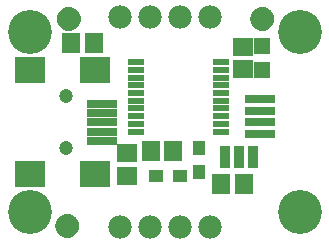
<source format=gbr>
G04 EAGLE Gerber RS-274X export*
G75*
%MOMM*%
%FSLAX34Y34*%
%LPD*%
%INSoldermask Top*%
%IPPOS*%
%AMOC8*
5,1,8,0,0,1.08239X$1,22.5*%
G01*
%ADD10R,1.703200X1.503200*%
%ADD11C,3.719200*%
%ADD12C,1.203200*%
%ADD13C,0.500000*%
%ADD14R,1.503200X1.703200*%
%ADD15R,2.503200X0.803200*%
%ADD16R,1.473200X0.508000*%
%ADD17R,2.603200X2.203200*%
%ADD18R,2.511200X0.703200*%
%ADD19R,1.203200X1.003200*%
%ADD20R,1.003200X1.203200*%
%ADD21R,1.403200X1.403200*%
%ADD22C,1.981200*%
%ADD23R,0.903200X1.903200*%


D10*
X50800Y42570D03*
X50800Y61570D03*
D11*
X-31750Y163830D03*
X196850Y163830D03*
D12*
X165100Y175260D03*
D13*
X165100Y182760D02*
X164919Y182758D01*
X164738Y182751D01*
X164557Y182740D01*
X164376Y182725D01*
X164196Y182705D01*
X164016Y182681D01*
X163837Y182653D01*
X163659Y182620D01*
X163482Y182583D01*
X163305Y182542D01*
X163130Y182497D01*
X162955Y182447D01*
X162782Y182393D01*
X162611Y182335D01*
X162440Y182273D01*
X162272Y182206D01*
X162105Y182136D01*
X161939Y182062D01*
X161776Y181983D01*
X161615Y181901D01*
X161455Y181815D01*
X161298Y181725D01*
X161143Y181631D01*
X160990Y181534D01*
X160840Y181432D01*
X160692Y181328D01*
X160546Y181219D01*
X160404Y181108D01*
X160264Y180992D01*
X160127Y180874D01*
X159992Y180752D01*
X159861Y180627D01*
X159733Y180499D01*
X159608Y180368D01*
X159486Y180233D01*
X159368Y180096D01*
X159252Y179956D01*
X159141Y179814D01*
X159032Y179668D01*
X158928Y179520D01*
X158826Y179370D01*
X158729Y179217D01*
X158635Y179062D01*
X158545Y178905D01*
X158459Y178745D01*
X158377Y178584D01*
X158298Y178421D01*
X158224Y178255D01*
X158154Y178088D01*
X158087Y177920D01*
X158025Y177749D01*
X157967Y177578D01*
X157913Y177405D01*
X157863Y177230D01*
X157818Y177055D01*
X157777Y176878D01*
X157740Y176701D01*
X157707Y176523D01*
X157679Y176344D01*
X157655Y176164D01*
X157635Y175984D01*
X157620Y175803D01*
X157609Y175622D01*
X157602Y175441D01*
X157600Y175260D01*
X165100Y182760D02*
X165281Y182758D01*
X165462Y182751D01*
X165643Y182740D01*
X165824Y182725D01*
X166004Y182705D01*
X166184Y182681D01*
X166363Y182653D01*
X166541Y182620D01*
X166718Y182583D01*
X166895Y182542D01*
X167070Y182497D01*
X167245Y182447D01*
X167418Y182393D01*
X167589Y182335D01*
X167760Y182273D01*
X167928Y182206D01*
X168095Y182136D01*
X168261Y182062D01*
X168424Y181983D01*
X168585Y181901D01*
X168745Y181815D01*
X168902Y181725D01*
X169057Y181631D01*
X169210Y181534D01*
X169360Y181432D01*
X169508Y181328D01*
X169654Y181219D01*
X169796Y181108D01*
X169936Y180992D01*
X170073Y180874D01*
X170208Y180752D01*
X170339Y180627D01*
X170467Y180499D01*
X170592Y180368D01*
X170714Y180233D01*
X170832Y180096D01*
X170948Y179956D01*
X171059Y179814D01*
X171168Y179668D01*
X171272Y179520D01*
X171374Y179370D01*
X171471Y179217D01*
X171565Y179062D01*
X171655Y178905D01*
X171741Y178745D01*
X171823Y178584D01*
X171902Y178421D01*
X171976Y178255D01*
X172046Y178088D01*
X172113Y177920D01*
X172175Y177749D01*
X172233Y177578D01*
X172287Y177405D01*
X172337Y177230D01*
X172382Y177055D01*
X172423Y176878D01*
X172460Y176701D01*
X172493Y176523D01*
X172521Y176344D01*
X172545Y176164D01*
X172565Y175984D01*
X172580Y175803D01*
X172591Y175622D01*
X172598Y175441D01*
X172600Y175260D01*
X172598Y175079D01*
X172591Y174898D01*
X172580Y174717D01*
X172565Y174536D01*
X172545Y174356D01*
X172521Y174176D01*
X172493Y173997D01*
X172460Y173819D01*
X172423Y173642D01*
X172382Y173465D01*
X172337Y173290D01*
X172287Y173115D01*
X172233Y172942D01*
X172175Y172771D01*
X172113Y172600D01*
X172046Y172432D01*
X171976Y172265D01*
X171902Y172099D01*
X171823Y171936D01*
X171741Y171775D01*
X171655Y171615D01*
X171565Y171458D01*
X171471Y171303D01*
X171374Y171150D01*
X171272Y171000D01*
X171168Y170852D01*
X171059Y170706D01*
X170948Y170564D01*
X170832Y170424D01*
X170714Y170287D01*
X170592Y170152D01*
X170467Y170021D01*
X170339Y169893D01*
X170208Y169768D01*
X170073Y169646D01*
X169936Y169528D01*
X169796Y169412D01*
X169654Y169301D01*
X169508Y169192D01*
X169360Y169088D01*
X169210Y168986D01*
X169057Y168889D01*
X168902Y168795D01*
X168745Y168705D01*
X168585Y168619D01*
X168424Y168537D01*
X168261Y168458D01*
X168095Y168384D01*
X167928Y168314D01*
X167760Y168247D01*
X167589Y168185D01*
X167418Y168127D01*
X167245Y168073D01*
X167070Y168023D01*
X166895Y167978D01*
X166718Y167937D01*
X166541Y167900D01*
X166363Y167867D01*
X166184Y167839D01*
X166004Y167815D01*
X165824Y167795D01*
X165643Y167780D01*
X165462Y167769D01*
X165281Y167762D01*
X165100Y167760D01*
X164919Y167762D01*
X164738Y167769D01*
X164557Y167780D01*
X164376Y167795D01*
X164196Y167815D01*
X164016Y167839D01*
X163837Y167867D01*
X163659Y167900D01*
X163482Y167937D01*
X163305Y167978D01*
X163130Y168023D01*
X162955Y168073D01*
X162782Y168127D01*
X162611Y168185D01*
X162440Y168247D01*
X162272Y168314D01*
X162105Y168384D01*
X161939Y168458D01*
X161776Y168537D01*
X161615Y168619D01*
X161455Y168705D01*
X161298Y168795D01*
X161143Y168889D01*
X160990Y168986D01*
X160840Y169088D01*
X160692Y169192D01*
X160546Y169301D01*
X160404Y169412D01*
X160264Y169528D01*
X160127Y169646D01*
X159992Y169768D01*
X159861Y169893D01*
X159733Y170021D01*
X159608Y170152D01*
X159486Y170287D01*
X159368Y170424D01*
X159252Y170564D01*
X159141Y170706D01*
X159032Y170852D01*
X158928Y171000D01*
X158826Y171150D01*
X158729Y171303D01*
X158635Y171458D01*
X158545Y171615D01*
X158459Y171775D01*
X158377Y171936D01*
X158298Y172099D01*
X158224Y172265D01*
X158154Y172432D01*
X158087Y172600D01*
X158025Y172771D01*
X157967Y172942D01*
X157913Y173115D01*
X157863Y173290D01*
X157818Y173465D01*
X157777Y173642D01*
X157740Y173819D01*
X157707Y173997D01*
X157679Y174176D01*
X157655Y174356D01*
X157635Y174536D01*
X157620Y174717D01*
X157609Y174898D01*
X157602Y175079D01*
X157600Y175260D01*
D12*
X0Y0D03*
D13*
X0Y7500D02*
X-181Y7498D01*
X-362Y7491D01*
X-543Y7480D01*
X-724Y7465D01*
X-904Y7445D01*
X-1084Y7421D01*
X-1263Y7393D01*
X-1441Y7360D01*
X-1618Y7323D01*
X-1795Y7282D01*
X-1970Y7237D01*
X-2145Y7187D01*
X-2318Y7133D01*
X-2489Y7075D01*
X-2660Y7013D01*
X-2828Y6946D01*
X-2995Y6876D01*
X-3161Y6802D01*
X-3324Y6723D01*
X-3485Y6641D01*
X-3645Y6555D01*
X-3802Y6465D01*
X-3957Y6371D01*
X-4110Y6274D01*
X-4260Y6172D01*
X-4408Y6068D01*
X-4554Y5959D01*
X-4696Y5848D01*
X-4836Y5732D01*
X-4973Y5614D01*
X-5108Y5492D01*
X-5239Y5367D01*
X-5367Y5239D01*
X-5492Y5108D01*
X-5614Y4973D01*
X-5732Y4836D01*
X-5848Y4696D01*
X-5959Y4554D01*
X-6068Y4408D01*
X-6172Y4260D01*
X-6274Y4110D01*
X-6371Y3957D01*
X-6465Y3802D01*
X-6555Y3645D01*
X-6641Y3485D01*
X-6723Y3324D01*
X-6802Y3161D01*
X-6876Y2995D01*
X-6946Y2828D01*
X-7013Y2660D01*
X-7075Y2489D01*
X-7133Y2318D01*
X-7187Y2145D01*
X-7237Y1970D01*
X-7282Y1795D01*
X-7323Y1618D01*
X-7360Y1441D01*
X-7393Y1263D01*
X-7421Y1084D01*
X-7445Y904D01*
X-7465Y724D01*
X-7480Y543D01*
X-7491Y362D01*
X-7498Y181D01*
X-7500Y0D01*
X0Y7500D02*
X181Y7498D01*
X362Y7491D01*
X543Y7480D01*
X724Y7465D01*
X904Y7445D01*
X1084Y7421D01*
X1263Y7393D01*
X1441Y7360D01*
X1618Y7323D01*
X1795Y7282D01*
X1970Y7237D01*
X2145Y7187D01*
X2318Y7133D01*
X2489Y7075D01*
X2660Y7013D01*
X2828Y6946D01*
X2995Y6876D01*
X3161Y6802D01*
X3324Y6723D01*
X3485Y6641D01*
X3645Y6555D01*
X3802Y6465D01*
X3957Y6371D01*
X4110Y6274D01*
X4260Y6172D01*
X4408Y6068D01*
X4554Y5959D01*
X4696Y5848D01*
X4836Y5732D01*
X4973Y5614D01*
X5108Y5492D01*
X5239Y5367D01*
X5367Y5239D01*
X5492Y5108D01*
X5614Y4973D01*
X5732Y4836D01*
X5848Y4696D01*
X5959Y4554D01*
X6068Y4408D01*
X6172Y4260D01*
X6274Y4110D01*
X6371Y3957D01*
X6465Y3802D01*
X6555Y3645D01*
X6641Y3485D01*
X6723Y3324D01*
X6802Y3161D01*
X6876Y2995D01*
X6946Y2828D01*
X7013Y2660D01*
X7075Y2489D01*
X7133Y2318D01*
X7187Y2145D01*
X7237Y1970D01*
X7282Y1795D01*
X7323Y1618D01*
X7360Y1441D01*
X7393Y1263D01*
X7421Y1084D01*
X7445Y904D01*
X7465Y724D01*
X7480Y543D01*
X7491Y362D01*
X7498Y181D01*
X7500Y0D01*
X7498Y-181D01*
X7491Y-362D01*
X7480Y-543D01*
X7465Y-724D01*
X7445Y-904D01*
X7421Y-1084D01*
X7393Y-1263D01*
X7360Y-1441D01*
X7323Y-1618D01*
X7282Y-1795D01*
X7237Y-1970D01*
X7187Y-2145D01*
X7133Y-2318D01*
X7075Y-2489D01*
X7013Y-2660D01*
X6946Y-2828D01*
X6876Y-2995D01*
X6802Y-3161D01*
X6723Y-3324D01*
X6641Y-3485D01*
X6555Y-3645D01*
X6465Y-3802D01*
X6371Y-3957D01*
X6274Y-4110D01*
X6172Y-4260D01*
X6068Y-4408D01*
X5959Y-4554D01*
X5848Y-4696D01*
X5732Y-4836D01*
X5614Y-4973D01*
X5492Y-5108D01*
X5367Y-5239D01*
X5239Y-5367D01*
X5108Y-5492D01*
X4973Y-5614D01*
X4836Y-5732D01*
X4696Y-5848D01*
X4554Y-5959D01*
X4408Y-6068D01*
X4260Y-6172D01*
X4110Y-6274D01*
X3957Y-6371D01*
X3802Y-6465D01*
X3645Y-6555D01*
X3485Y-6641D01*
X3324Y-6723D01*
X3161Y-6802D01*
X2995Y-6876D01*
X2828Y-6946D01*
X2660Y-7013D01*
X2489Y-7075D01*
X2318Y-7133D01*
X2145Y-7187D01*
X1970Y-7237D01*
X1795Y-7282D01*
X1618Y-7323D01*
X1441Y-7360D01*
X1263Y-7393D01*
X1084Y-7421D01*
X904Y-7445D01*
X724Y-7465D01*
X543Y-7480D01*
X362Y-7491D01*
X181Y-7498D01*
X0Y-7500D01*
X-181Y-7498D01*
X-362Y-7491D01*
X-543Y-7480D01*
X-724Y-7465D01*
X-904Y-7445D01*
X-1084Y-7421D01*
X-1263Y-7393D01*
X-1441Y-7360D01*
X-1618Y-7323D01*
X-1795Y-7282D01*
X-1970Y-7237D01*
X-2145Y-7187D01*
X-2318Y-7133D01*
X-2489Y-7075D01*
X-2660Y-7013D01*
X-2828Y-6946D01*
X-2995Y-6876D01*
X-3161Y-6802D01*
X-3324Y-6723D01*
X-3485Y-6641D01*
X-3645Y-6555D01*
X-3802Y-6465D01*
X-3957Y-6371D01*
X-4110Y-6274D01*
X-4260Y-6172D01*
X-4408Y-6068D01*
X-4554Y-5959D01*
X-4696Y-5848D01*
X-4836Y-5732D01*
X-4973Y-5614D01*
X-5108Y-5492D01*
X-5239Y-5367D01*
X-5367Y-5239D01*
X-5492Y-5108D01*
X-5614Y-4973D01*
X-5732Y-4836D01*
X-5848Y-4696D01*
X-5959Y-4554D01*
X-6068Y-4408D01*
X-6172Y-4260D01*
X-6274Y-4110D01*
X-6371Y-3957D01*
X-6465Y-3802D01*
X-6555Y-3645D01*
X-6641Y-3485D01*
X-6723Y-3324D01*
X-6802Y-3161D01*
X-6876Y-2995D01*
X-6946Y-2828D01*
X-7013Y-2660D01*
X-7075Y-2489D01*
X-7133Y-2318D01*
X-7187Y-2145D01*
X-7237Y-1970D01*
X-7282Y-1795D01*
X-7323Y-1618D01*
X-7360Y-1441D01*
X-7393Y-1263D01*
X-7421Y-1084D01*
X-7445Y-904D01*
X-7465Y-724D01*
X-7480Y-543D01*
X-7491Y-362D01*
X-7498Y-181D01*
X-7500Y0D01*
D14*
X130200Y35560D03*
X149200Y35560D03*
D15*
X163530Y77710D03*
X163530Y87710D03*
X163530Y97710D03*
X163530Y107710D03*
D16*
X130158Y79970D03*
X130158Y86470D03*
X130158Y92970D03*
X130158Y99470D03*
X130158Y105970D03*
X130158Y112470D03*
X130158Y118970D03*
X130158Y125470D03*
X130158Y131970D03*
X130158Y138470D03*
X57802Y138470D03*
X57802Y131970D03*
X57802Y125470D03*
X57802Y118970D03*
X57802Y112470D03*
X57802Y105970D03*
X57802Y99470D03*
X57802Y92970D03*
X57802Y86470D03*
X57802Y79970D03*
D17*
X23570Y131630D03*
D18*
X29210Y103630D03*
X29210Y95630D03*
X29210Y87630D03*
X29210Y79630D03*
X29210Y71630D03*
D17*
X-31430Y131630D03*
X23570Y43630D03*
X-31430Y43630D03*
D12*
X-1430Y109630D03*
X-1430Y65630D03*
D19*
X75090Y41910D03*
X95090Y41910D03*
D20*
X111760Y65880D03*
X111760Y45880D03*
D11*
X-31750Y11430D03*
X196850Y11430D03*
D12*
X1270Y175260D03*
D13*
X1270Y182760D02*
X1089Y182758D01*
X908Y182751D01*
X727Y182740D01*
X546Y182725D01*
X366Y182705D01*
X186Y182681D01*
X7Y182653D01*
X-171Y182620D01*
X-348Y182583D01*
X-525Y182542D01*
X-700Y182497D01*
X-875Y182447D01*
X-1048Y182393D01*
X-1219Y182335D01*
X-1390Y182273D01*
X-1558Y182206D01*
X-1725Y182136D01*
X-1891Y182062D01*
X-2054Y181983D01*
X-2215Y181901D01*
X-2375Y181815D01*
X-2532Y181725D01*
X-2687Y181631D01*
X-2840Y181534D01*
X-2990Y181432D01*
X-3138Y181328D01*
X-3284Y181219D01*
X-3426Y181108D01*
X-3566Y180992D01*
X-3703Y180874D01*
X-3838Y180752D01*
X-3969Y180627D01*
X-4097Y180499D01*
X-4222Y180368D01*
X-4344Y180233D01*
X-4462Y180096D01*
X-4578Y179956D01*
X-4689Y179814D01*
X-4798Y179668D01*
X-4902Y179520D01*
X-5004Y179370D01*
X-5101Y179217D01*
X-5195Y179062D01*
X-5285Y178905D01*
X-5371Y178745D01*
X-5453Y178584D01*
X-5532Y178421D01*
X-5606Y178255D01*
X-5676Y178088D01*
X-5743Y177920D01*
X-5805Y177749D01*
X-5863Y177578D01*
X-5917Y177405D01*
X-5967Y177230D01*
X-6012Y177055D01*
X-6053Y176878D01*
X-6090Y176701D01*
X-6123Y176523D01*
X-6151Y176344D01*
X-6175Y176164D01*
X-6195Y175984D01*
X-6210Y175803D01*
X-6221Y175622D01*
X-6228Y175441D01*
X-6230Y175260D01*
X1270Y182760D02*
X1451Y182758D01*
X1632Y182751D01*
X1813Y182740D01*
X1994Y182725D01*
X2174Y182705D01*
X2354Y182681D01*
X2533Y182653D01*
X2711Y182620D01*
X2888Y182583D01*
X3065Y182542D01*
X3240Y182497D01*
X3415Y182447D01*
X3588Y182393D01*
X3759Y182335D01*
X3930Y182273D01*
X4098Y182206D01*
X4265Y182136D01*
X4431Y182062D01*
X4594Y181983D01*
X4755Y181901D01*
X4915Y181815D01*
X5072Y181725D01*
X5227Y181631D01*
X5380Y181534D01*
X5530Y181432D01*
X5678Y181328D01*
X5824Y181219D01*
X5966Y181108D01*
X6106Y180992D01*
X6243Y180874D01*
X6378Y180752D01*
X6509Y180627D01*
X6637Y180499D01*
X6762Y180368D01*
X6884Y180233D01*
X7002Y180096D01*
X7118Y179956D01*
X7229Y179814D01*
X7338Y179668D01*
X7442Y179520D01*
X7544Y179370D01*
X7641Y179217D01*
X7735Y179062D01*
X7825Y178905D01*
X7911Y178745D01*
X7993Y178584D01*
X8072Y178421D01*
X8146Y178255D01*
X8216Y178088D01*
X8283Y177920D01*
X8345Y177749D01*
X8403Y177578D01*
X8457Y177405D01*
X8507Y177230D01*
X8552Y177055D01*
X8593Y176878D01*
X8630Y176701D01*
X8663Y176523D01*
X8691Y176344D01*
X8715Y176164D01*
X8735Y175984D01*
X8750Y175803D01*
X8761Y175622D01*
X8768Y175441D01*
X8770Y175260D01*
X8768Y175079D01*
X8761Y174898D01*
X8750Y174717D01*
X8735Y174536D01*
X8715Y174356D01*
X8691Y174176D01*
X8663Y173997D01*
X8630Y173819D01*
X8593Y173642D01*
X8552Y173465D01*
X8507Y173290D01*
X8457Y173115D01*
X8403Y172942D01*
X8345Y172771D01*
X8283Y172600D01*
X8216Y172432D01*
X8146Y172265D01*
X8072Y172099D01*
X7993Y171936D01*
X7911Y171775D01*
X7825Y171615D01*
X7735Y171458D01*
X7641Y171303D01*
X7544Y171150D01*
X7442Y171000D01*
X7338Y170852D01*
X7229Y170706D01*
X7118Y170564D01*
X7002Y170424D01*
X6884Y170287D01*
X6762Y170152D01*
X6637Y170021D01*
X6509Y169893D01*
X6378Y169768D01*
X6243Y169646D01*
X6106Y169528D01*
X5966Y169412D01*
X5824Y169301D01*
X5678Y169192D01*
X5530Y169088D01*
X5380Y168986D01*
X5227Y168889D01*
X5072Y168795D01*
X4915Y168705D01*
X4755Y168619D01*
X4594Y168537D01*
X4431Y168458D01*
X4265Y168384D01*
X4098Y168314D01*
X3930Y168247D01*
X3759Y168185D01*
X3588Y168127D01*
X3415Y168073D01*
X3240Y168023D01*
X3065Y167978D01*
X2888Y167937D01*
X2711Y167900D01*
X2533Y167867D01*
X2354Y167839D01*
X2174Y167815D01*
X1994Y167795D01*
X1813Y167780D01*
X1632Y167769D01*
X1451Y167762D01*
X1270Y167760D01*
X1089Y167762D01*
X908Y167769D01*
X727Y167780D01*
X546Y167795D01*
X366Y167815D01*
X186Y167839D01*
X7Y167867D01*
X-171Y167900D01*
X-348Y167937D01*
X-525Y167978D01*
X-700Y168023D01*
X-875Y168073D01*
X-1048Y168127D01*
X-1219Y168185D01*
X-1390Y168247D01*
X-1558Y168314D01*
X-1725Y168384D01*
X-1891Y168458D01*
X-2054Y168537D01*
X-2215Y168619D01*
X-2375Y168705D01*
X-2532Y168795D01*
X-2687Y168889D01*
X-2840Y168986D01*
X-2990Y169088D01*
X-3138Y169192D01*
X-3284Y169301D01*
X-3426Y169412D01*
X-3566Y169528D01*
X-3703Y169646D01*
X-3838Y169768D01*
X-3969Y169893D01*
X-4097Y170021D01*
X-4222Y170152D01*
X-4344Y170287D01*
X-4462Y170424D01*
X-4578Y170564D01*
X-4689Y170706D01*
X-4798Y170852D01*
X-4902Y171000D01*
X-5004Y171150D01*
X-5101Y171303D01*
X-5195Y171458D01*
X-5285Y171615D01*
X-5371Y171775D01*
X-5453Y171936D01*
X-5532Y172099D01*
X-5606Y172265D01*
X-5676Y172432D01*
X-5743Y172600D01*
X-5805Y172771D01*
X-5863Y172942D01*
X-5917Y173115D01*
X-5967Y173290D01*
X-6012Y173465D01*
X-6053Y173642D01*
X-6090Y173819D01*
X-6123Y173997D01*
X-6151Y174176D01*
X-6175Y174356D01*
X-6195Y174536D01*
X-6210Y174717D01*
X-6221Y174898D01*
X-6228Y175079D01*
X-6230Y175260D01*
D21*
X165100Y152740D03*
X165100Y131740D03*
D10*
X148590Y132740D03*
X148590Y151740D03*
D22*
X120650Y-1270D03*
X95250Y-1270D03*
X69850Y-1270D03*
X44450Y-1270D03*
D14*
X89510Y63500D03*
X70510Y63500D03*
X22200Y154940D03*
X3200Y154940D03*
D22*
X120650Y176530D03*
X95250Y176530D03*
X69850Y176530D03*
X44450Y176530D03*
D23*
X133415Y58420D03*
X145415Y58420D03*
X157415Y58420D03*
M02*

</source>
